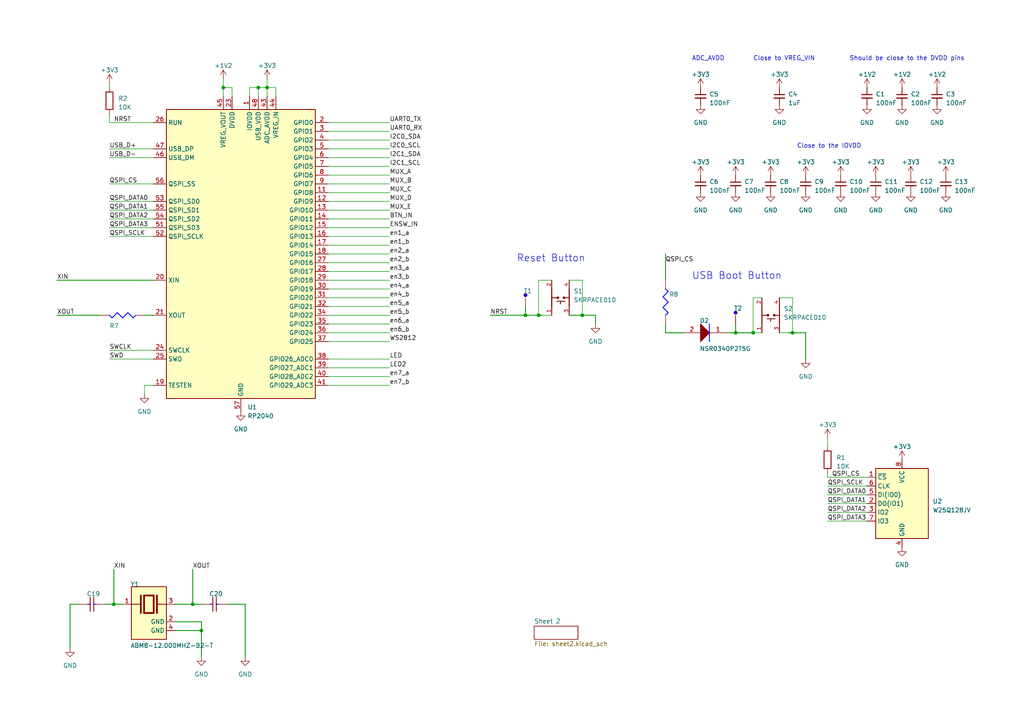
<source format=kicad_sch>
(kicad_sch (version 20230121) (generator eeschema)
  (paper "A4")
  (lib_symbols
    (symbol "Device:C_Small" (pin_numbers hide) (pin_names (offset 0.254) hide)
      (property "Reference" "C" (at 0.254 1.778 0))
      (property "Value" "C_Small" (at 0.254 -2.032 0))
      (symbol "C_Small_0_1"
        (polyline (pts (xy -1.524 -0.508) (xy 1.524 -0.508)) (stroke (width 0.3302)))
        (polyline (pts (xy -1.524 0.508) (xy 1.524 0.508)) (stroke (width 0.3048)))
      )
      (symbol "C_Small_1_1"
        (pin passive line (at 0 2.54 270) (length 2.032) (name "~") (number "1"))
        (pin passive line (at 0 -2.54 90) (length 2.032) (name "~") (number "2"))
      )
    )
    (symbol "Device:R" (pin_numbers hide) (pin_names (offset 0))
      (property "Reference" "R" (at 2.032 0 90))
      (property "Value" "R" (at 0 0 90))
      (symbol "R_0_1"
        (rectangle (start -1.016 -2.54) (end 1.016 2.54) (stroke (width 0.254)))
      )
      (symbol "R_1_1"
        (pin passive line (at 0 3.81 270) (length 1.27) (name "~") (number "1"))
        (pin passive line (at 0 -3.81 90) (length 1.27) (name "~") (number "2"))
      )
    )
    (symbol "MCU_RaspberryPi:RP2040"
      (property "Reference" "U" (at 17.78 45.72 0))
      (property "Value" "RP2040" (at 17.78 43.18 0))
      (symbol "RP2040_0_1"
        (rectangle (start -21.59 41.91) (end 21.59 -41.91) (stroke (width 0.254)) (fill (type background)))
      )
      (symbol "RP2040_1_1"
        (pin power_in line (at 2.54 45.72 270) (length 3.81) (name "IOVDD") (number "1"))
        (pin passive line (at 2.54 45.72 270) (length 3.81) hide (name "IOVDD") (number "10"))
        (pin bidirectional line (at 25.4 17.78 180) (length 3.81) (name "GPIO8") (number "11"))
        (pin bidirectional line (at 25.4 15.24 180) (length 3.81) (name "GPIO9") (number "12"))
        (pin bidirectional line (at 25.4 12.7 180) (length 3.81) (name "GPIO10") (number "13"))
        (pin bidirectional line (at 25.4 10.16 180) (length 3.81) (name "GPIO11") (number "14"))
        (pin bidirectional line (at 25.4 7.62 180) (length 3.81) (name "GPIO12") (number "15"))
        (pin bidirectional line (at 25.4 5.08 180) (length 3.81) (name "GPIO13") (number "16"))
        (pin bidirectional line (at 25.4 2.54 180) (length 3.81) (name "GPIO14") (number "17"))
        (pin bidirectional line (at 25.4 0 180) (length 3.81) (name "GPIO15") (number "18"))
        (pin input line (at -25.4 -38.1 0) (length 3.81) (name "TESTEN") (number "19"))
        (pin bidirectional line (at 25.4 38.1 180) (length 3.81) (name "GPIO0") (number "2"))
        (pin input line (at -25.4 -7.62 0) (length 3.81) (name "XIN") (number "20"))
        (pin passive line (at -25.4 -17.78 0) (length 3.81) (name "XOUT") (number "21"))
        (pin passive line (at 2.54 45.72 270) (length 3.81) hide (name "IOVDD") (number "22"))
        (pin power_in line (at -2.54 45.72 270) (length 3.81) (name "DVDD") (number "23"))
        (pin input line (at -25.4 -27.94 0) (length 3.81) (name "SWCLK") (number "24"))
        (pin bidirectional line (at -25.4 -30.48 0) (length 3.81) (name "SWD") (number "25"))
        (pin input line (at -25.4 38.1 0) (length 3.81) (name "RUN") (number "26"))
        (pin bidirectional line (at 25.4 -2.54 180) (length 3.81) (name "GPIO16") (number "27"))
        (pin bidirectional line (at 25.4 -5.08 180) (length 3.81) (name "GPIO17") (number "28"))
        (pin bidirectional line (at 25.4 -7.62 180) (length 3.81) (name "GPIO18") (number "29"))
        (pin bidirectional line (at 25.4 35.56 180) (length 3.81) (name "GPIO1") (number "3"))
        (pin bidirectional line (at 25.4 -10.16 180) (length 3.81) (name "GPIO19") (number "30"))
        (pin bidirectional line (at 25.4 -12.7 180) (length 3.81) (name "GPIO20") (number "31"))
        (pin bidirectional line (at 25.4 -15.24 180) (length 3.81) (name "GPIO21") (number "32"))
        (pin passive line (at 2.54 45.72 270) (length 3.81) hide (name "IOVDD") (number "33"))
        (pin bidirectional line (at 25.4 -17.78 180) (length 3.81) (name "GPIO22") (number "34"))
        (pin bidirectional line (at 25.4 -20.32 180) (length 3.81) (name "GPIO23") (number "35"))
        (pin bidirectional line (at 25.4 -22.86 180) (length 3.81) (name "GPIO24") (number "36"))
        (pin bidirectional line (at 25.4 -25.4 180) (length 3.81) (name "GPIO25") (number "37"))
        (pin bidirectional line (at 25.4 -30.48 180) (length 3.81) (name "GPIO26_ADC0") (number "38"))
        (pin bidirectional line (at 25.4 -33.02 180) (length 3.81) (name "GPIO27_ADC1") (number "39"))
        (pin bidirectional line (at 25.4 33.02 180) (length 3.81) (name "GPIO2") (number "4"))
        (pin bidirectional line (at 25.4 -35.56 180) (length 3.81) (name "GPIO28_ADC2") (number "40"))
        (pin bidirectional line (at 25.4 -38.1 180) (length 3.81) (name "GPIO29_ADC3") (number "41"))
        (pin passive line (at 2.54 45.72 270) (length 3.81) hide (name "IOVDD") (number "42"))
        (pin power_in line (at 7.62 45.72 270) (length 3.81) (name "ADC_AVDD") (number "43"))
        (pin power_in line (at 10.16 45.72 270) (length 3.81) (name "VREG_IN") (number "44"))
        (pin power_out line (at -5.08 45.72 270) (length 3.81) (name "VREG_VOUT") (number "45"))
        (pin bidirectional line (at -25.4 27.94 0) (length 3.81) (name "USB_DM") (number "46"))
        (pin bidirectional line (at -25.4 30.48 0) (length 3.81) (name "USB_DP") (number "47"))
        (pin power_in line (at 5.08 45.72 270) (length 3.81) (name "USB_VDD") (number "48"))
        (pin passive line (at 2.54 45.72 270) (length 3.81) hide (name "IOVDD") (number "49"))
        (pin bidirectional line (at 25.4 30.48 180) (length 3.81) (name "GPIO3") (number "5"))
        (pin passive line (at -2.54 45.72 270) (length 3.81) hide (name "DVDD") (number "50"))
        (pin bidirectional line (at -25.4 7.62 0) (length 3.81) (name "QSPI_SD3") (number "51"))
        (pin output line (at -25.4 5.08 0) (length 3.81) (name "QSPI_SCLK") (number "52"))
        (pin bidirectional line (at -25.4 15.24 0) (length 3.81) (name "QSPI_SD0") (number "53"))
        (pin bidirectional line (at -25.4 10.16 0) (length 3.81) (name "QSPI_SD2") (number "54"))
        (pin bidirectional line (at -25.4 12.7 0) (length 3.81) (name "QSPI_SD1") (number "55"))
        (pin bidirectional line (at -25.4 20.32 0) (length 3.81) (name "QSPI_SS") (number "56"))
        (pin power_in line (at 0 -45.72 90) (length 3.81) (name "GND") (number "57"))
        (pin bidirectional line (at 25.4 27.94 180) (length 3.81) (name "GPIO4") (number "6"))
        (pin bidirectional line (at 25.4 25.4 180) (length 3.81) (name "GPIO5") (number "7"))
        (pin bidirectional line (at 25.4 22.86 180) (length 3.81) (name "GPIO6") (number "8"))
        (pin bidirectional line (at 25.4 20.32 180) (length 3.81) (name "GPIO7") (number "9"))
      )
    )
    (symbol "Memory_Flash:W25Q32JVSS"
      (property "Reference" "U" (at -6.35 11.43 0))
      (property "Value" "W25Q32JVSS" (at 7.62 11.43 0))
      (symbol "W25Q32JVSS_0_1"
        (rectangle (start -7.62 10.16) (end 7.62 -10.16) (stroke (width 0.254)) (fill (type background)))
      )
      (symbol "W25Q32JVSS_1_1"
        (pin input line (at -10.16 7.62 0) (length 2.54) (name "~{CS}") (number "1"))
        (pin bidirectional line (at -10.16 0 0) (length 2.54) (name "DO(IO1)") (number "2"))
        (pin bidirectional line (at -10.16 -2.54 0) (length 2.54) (name "IO2") (number "3"))
        (pin power_in line (at 0 -12.7 90) (length 2.54) (name "GND") (number "4"))
        (pin bidirectional line (at -10.16 2.54 0) (length 2.54) (name "DI(IO0)") (number "5"))
        (pin input line (at -10.16 5.08 0) (length 2.54) (name "CLK") (number "6"))
        (pin bidirectional line (at -10.16 -5.08 0) (length 2.54) (name "IO3") (number "7"))
        (pin power_in line (at 0 12.7 270) (length 2.54) (name "VCC") (number "8"))
      )
    )
    (symbol "SKRPACE010:SKRPACE010" (pin_names (offset 1.016))
      (property "Reference" "S" (at -2.5431 5.0863 0))
      (property "Value" "SKRPACE010" (at -2.5442 -5.0884 0))
      (property "LCSC" "C139797" (at 0 0 0))
      (symbol "SKRPACE010_0_0"
        (circle (center 0 -1.016) (radius 0.254) (stroke (width 0.254)))
        (polyline (pts (xy -5.08 2.54) (xy 5.08 2.54)) (stroke (width 0.254)))
        (polyline (pts (xy -2.54 -2.54) (xy 0 -2.54)) (stroke (width 0.254)))
        (polyline (pts (xy -2.54 2.54) (xy 0 2.54)) (stroke (width 0.254)))
        (polyline (pts (xy -1.016 0) (xy -1.778 0)) (stroke (width 0.254)))
        (polyline (pts (xy -1.016 0) (xy -1.016 -1.27)) (stroke (width 0.254)))
        (polyline (pts (xy -1.016 1.016) (xy -1.016 0)) (stroke (width 0.254)))
        (polyline (pts (xy 0 -2.54) (xy 2.54 -2.54)) (stroke (width 0.254)))
        (polyline (pts (xy 0 -1.016) (xy 0 -2.54)) (stroke (width 0.254)))
        (polyline (pts (xy 0 0.762) (xy 0 2.54)) (stroke (width 0.254)))
        (polyline (pts (xy 0 2.54) (xy 2.54 2.54)) (stroke (width 0.254)))
        (polyline (pts (xy 5.08 -2.54) (xy -5.08 -2.54)) (stroke (width 0.254)))
        (circle (center 0 0.762) (radius 0.254) (stroke (width 0.254)))
        (pin bidirectional line (at -5.08 2.54 0) (length 2.54) (name "~") (number "1"))
        (pin bidirectional line (at 5.08 2.54 180) (length 2.54) (name "~") (number "2"))
        (pin bidirectional line (at -5.08 -2.54 0) (length 2.54) (name "~") (number "3"))
        (pin bidirectional line (at 5.08 -2.54 180) (length 2.54) (name "~") (number "4"))
      )
    )
    (symbol "Sara-Export-altium-import:root_0_ABM8-12.000MHZ-B2-T"
      (symbol "root_0_ABM8-12.000MHZ-B2-T_1_0"
        (polyline (pts (xy -5.08 0) (xy -2.54 0)) (stroke (width 0.254)))
        (polyline (pts (xy -2.337 2.54) (xy -2.337 -2.54)) (stroke (width 0.508)))
        (polyline (pts (xy -1.397 2.54) (xy -1.397 -2.54)) (stroke (width 0.508)))
        (polyline (pts (xy -1.397 2.54) (xy 1.397 2.54)) (stroke (width 0.508)))
        (polyline (pts (xy 1.397 -2.54) (xy -1.397 -2.54)) (stroke (width 0.508)))
        (polyline (pts (xy 1.397 2.54) (xy 1.397 -2.54)) (stroke (width 0.508)))
        (polyline (pts (xy 2.337 2.54) (xy 2.337 -2.54)) (stroke (width 0.508)))
        (polyline (pts (xy 2.54 0) (xy 5.08 0)) (stroke (width 0.254)))
        (rectangle (start 5.08 5.08) (end -5.08 -10.16) (stroke (width 0.254)) (fill (type background)))
        (pin passive line (at -7.62 0 0) (length 2.54) (name "1") (number "1"))
        (pin power_in line (at 7.62 -5.08 180) (length 2.54) (name "GND") (number "2"))
        (pin passive line (at 7.62 0 180) (length 2.54) (name "2") (number "3"))
        (pin power_in line (at 7.62 -7.62 180) (length 2.54) (name "GND") (number "4"))
      )
    )
    (symbol "Sara-Export-altium-import:root_0_ONSC-D-K1A2-2"
      (symbol "root_0_ONSC-D-K1A2-2_1_0"
        (polyline (pts (xy 2.54 0) (xy 2.54 -5.08)) (stroke (width 0.254) (color 0 0 255 1)))
        (polyline (pts (xy 0 -5.08) (xy 2.54 -2.54) (xy 0 0) (xy 0 -5.08)) (stroke (width 0.254)) (fill (type outline)))
        (pin passive line (at 7.62 -2.54 180) (length 5.08) (name "K") (number "1"))
        (pin passive line (at -5.08 -2.54 0) (length 5.08) (name "A") (number "2"))
      )
    )
    (symbol "Sara-Export-altium-import:root_1_CMP-0484-00002-1"
      (symbol "root_1_CMP-0484-00002-1_1_0"
        (circle (center 0 3.302) (radius 0.508) (stroke (width 0.0001)) (fill (type color) (color 0 0 255 1)))
        (pin input line (at 0 0 90) (length 2.54) (name "1") (number "1"))
      )
    )
    (symbol "Sara-Export-altium-import:root_2_Cap Semi"
      (symbol "root_2_Cap Semi_1_0"
        (polyline (pts (xy -2.54 2.54) (xy -1.778 2.54)) (stroke (width 0.254) (color 0 0 255 1)))
        (polyline (pts (xy -1.778 0.508) (xy -1.778 4.572)) (stroke (width 0.254)))
        (polyline (pts (xy -0.762 4.572) (xy -0.762 0.508)) (stroke (width 0.254)))
        (polyline (pts (xy 0 2.54) (xy -0.762 2.54)) (stroke (width 0.254) (color 0 0 255 1)))
        (pin passive line (at 2.54 2.54 180) (length 2.54) (name "1") (number "1"))
        (pin passive line (at -5.08 2.54 0) (length 2.54) (name "2") (number "2"))
      )
    )
    (symbol "Sara-Export-altium-import:root_2_Res3"
      (symbol "root_2_Res3_1_0"
        (polyline (pts (xy -7.62 2.54) (xy -6.858 1.778) (xy -5.334 3.302) (xy -3.81 1.778) (xy -2.286 3.302) (xy -0.762 1.778) (xy 0 2.54)) (stroke (width 0.254) (color 0 0 255 1)))
        (pin passive line (at 2.54 2.54 180) (length 2.54) (name "1") (number "1"))
        (pin passive line (at -10.16 2.54 0) (length 2.54) (name "2") (number "2"))
      )
    )
    (symbol "Sara-Export-altium-import:root_3_Res3"
      (symbol "root_3_Res3_1_0"
        (polyline (pts (xy -2.54 -7.62) (xy -1.778 -6.858) (xy -3.302 -5.334) (xy -1.778 -3.81) (xy -3.302 -2.286) (xy -1.778 -0.762) (xy -2.54 0)) (stroke (width 0.254) (color 0 0 255 1)))
        (pin passive line (at -2.54 2.54 270) (length 2.54) (name "1") (number "1"))
        (pin passive line (at -2.54 -10.16 90) (length 2.54) (name "2") (number "2"))
      )
    )
    (symbol "power:+1V2" (power) (pin_names (offset 0))
      (property "Value" "+1V2" (at 0 3.556 0))
      (symbol "+1V2_0_1"
        (polyline (pts (xy -0.762 1.27) (xy 0 2.54)))
        (polyline (pts (xy 0 0) (xy 0 2.54)))
        (polyline (pts (xy 0 2.54) (xy 0.762 1.27)))
      )
      (symbol "+1V2_1_1"
        (pin power_in line (at 0 0 90) (length 0) hide (name "+1V2") (number "1"))
      )
    )
    (symbol "power:+3V3" (power) (pin_names (offset 0))
      (property "Value" "+3V3" (at 0 3.556 0))
      (symbol "+3V3_0_1"
        (polyline (pts (xy -0.762 1.27) (xy 0 2.54)))
        (polyline (pts (xy 0 0) (xy 0 2.54)))
        (polyline (pts (xy 0 2.54) (xy 0.762 1.27)))
      )
      (symbol "+3V3_1_1"
        (pin power_in line (at 0 0 90) (length 0) hide (name "+3V3") (number "1"))
      )
    )
    (symbol "power:GND" (power) (pin_names (offset 0))
      (property "Value" "GND" (at 0 -3.81 0))
      (symbol "GND_0_1"
        (polyline (pts (xy 0 0) (xy 0 -1.27) (xy 1.27 -1.27) (xy 0 -2.54) (xy -1.27 -1.27) (xy 0 -1.27)))
      )
      (symbol "GND_1_1"
        (pin power_in line (at 0 0 270) (length 0) hide (name "GND") (number "1"))
      )
    )
  )
  (junction (at 213.36 96.52))
  (junction (at 74.93 25.4))
  (junction (at 152.4 91.44))
  (junction (at 58.42 182.88))
  (junction (at 156.21 91.44))
  (junction (at 229.87 96.52))
  (junction (at 77.47 25.4))
  (junction (at 64.77 25.4))
  (junction (at 33.02 175.26))
  (junction (at 218.44 96.52))
  (junction (at 168.91 91.44))
  (junction (at 55.88 175.26))
  (wire (pts (xy 31.75 63.5) (xy 44.45 63.5)))
  (wire (pts (xy 77.47 25.4) (xy 77.47 27.94)))
  (wire (pts (xy 218.44 86.36) (xy 218.44 96.52)))
  (wire (pts (xy 71.12 175.26) (xy 71.12 190.5)) (stroke (width 0.254)))
  (wire (pts (xy 228.6 96.52) (xy 229.87 96.52)) (stroke (width 0.254)))
  (wire (pts (xy 233.68 96.52) (xy 233.68 104.14)) (stroke (width 0.254)))
  (wire (pts (xy 160.02 81.28) (xy 156.21 81.28)))
  (wire (pts (xy 31.75 58.42) (xy 44.45 58.42)))
  (wire (pts (xy 95.25 45.72) (xy 113.03 45.72)))
  (wire (pts (xy 226.06 96.52) (xy 228.6 96.52)))
  (wire (pts (xy 72.39 25.4) (xy 74.93 25.4)))
  (wire (pts (xy 55.88 175.26) (xy 58.42 175.26)) (stroke (width 0.254)))
  (wire (pts (xy 30.48 175.26) (xy 33.02 175.26)) (stroke (width 0.254)))
  (wire (pts (xy 168.91 81.28) (xy 168.91 91.44)))
  (wire (pts (xy 31.75 101.6) (xy 44.45 101.6)))
  (wire (pts (xy 193.04 96.52) (xy 198.12 96.52)) (stroke (width 0.254)))
  (wire (pts (xy 193.04 81.28) (xy 193.04 73.66)) (stroke (width 0.254)))
  (wire (pts (xy 33.02 175.26) (xy 35.56 175.26)) (stroke (width 0.254)))
  (wire (pts (xy 95.25 71.12) (xy 113.03 71.12)))
  (wire (pts (xy 95.25 93.98) (xy 113.03 93.98)))
  (wire (pts (xy 95.25 99.06) (xy 113.03 99.06)))
  (wire (pts (xy 95.25 83.82) (xy 113.03 83.82)))
  (wire (pts (xy 58.42 190.5) (xy 58.42 182.88)) (stroke (width 0.254)))
  (wire (pts (xy 152.4 88.9) (xy 152.4 91.44)) (stroke (width 0.254)))
  (wire (pts (xy 95.25 104.14) (xy 113.03 104.14)))
  (wire (pts (xy 31.75 104.14) (xy 44.45 104.14)))
  (wire (pts (xy 50.8 180.34) (xy 58.42 180.34)) (stroke (width 0.254)))
  (wire (pts (xy 95.25 73.66) (xy 113.03 73.66)))
  (wire (pts (xy 213.36 96.52) (xy 213.36 93.98)) (stroke (width 0.254)))
  (wire (pts (xy 16.51 81.28) (xy 44.45 81.28)) (stroke (width 0.254)))
  (wire (pts (xy 50.8 175.26) (xy 55.88 175.26)) (stroke (width 0.254)))
  (wire (pts (xy 95.25 91.44) (xy 113.03 91.44)))
  (wire (pts (xy 64.77 22.86) (xy 64.77 25.4)))
  (wire (pts (xy 74.93 25.4) (xy 77.47 25.4)))
  (wire (pts (xy 240.03 137.16) (xy 240.03 138.43)))
  (wire (pts (xy 220.98 86.36) (xy 218.44 86.36)))
  (wire (pts (xy 240.03 143.51) (xy 251.46 143.51)))
  (wire (pts (xy 226.06 86.36) (xy 229.87 86.36)))
  (wire (pts (xy 240.03 148.59) (xy 251.46 148.59)))
  (wire (pts (xy 95.25 48.26) (xy 113.03 48.26)))
  (wire (pts (xy 95.25 55.88) (xy 113.03 55.88)))
  (wire (pts (xy 95.25 43.18) (xy 113.03 43.18)))
  (wire (pts (xy 41.91 111.76) (xy 41.91 114.3)))
  (wire (pts (xy 41.91 111.76) (xy 44.45 111.76)))
  (wire (pts (xy 31.75 53.34) (xy 44.45 53.34)))
  (wire (pts (xy 251.46 138.43) (xy 240.03 138.43)))
  (wire (pts (xy 95.25 111.76) (xy 113.03 111.76)))
  (wire (pts (xy 240.03 140.97) (xy 251.46 140.97)))
  (wire (pts (xy 58.42 180.34) (xy 58.42 182.88)) (stroke (width 0.254)))
  (wire (pts (xy 95.25 88.9) (xy 113.03 88.9)))
  (wire (pts (xy 95.25 60.96) (xy 113.03 60.96)))
  (wire (pts (xy 193.04 93.98) (xy 193.04 96.52)) (stroke (width 0.254)))
  (wire (pts (xy 95.25 63.5) (xy 113.03 63.5)))
  (wire (pts (xy 95.25 76.2) (xy 113.03 76.2)))
  (wire (pts (xy 33.02 175.26) (xy 33.02 165.1)) (stroke (width 0.254)))
  (wire (pts (xy 95.25 40.64) (xy 113.03 40.64)))
  (wire (pts (xy 31.75 60.96) (xy 44.45 60.96)))
  (wire (pts (xy 31.75 66.04) (xy 44.45 66.04)))
  (wire (pts (xy 20.32 175.26) (xy 20.32 187.96)) (stroke (width 0.254)))
  (wire (pts (xy 67.31 25.4) (xy 67.31 27.94)))
  (wire (pts (xy 240.03 151.13) (xy 251.46 151.13)))
  (wire (pts (xy 95.25 66.04) (xy 113.03 66.04)))
  (wire (pts (xy 29.21 91.44) (xy 16.51 91.44)) (stroke (width 0.254)))
  (wire (pts (xy 77.47 22.86) (xy 77.47 25.4)))
  (wire (pts (xy 229.87 96.52) (xy 233.68 96.52)) (stroke (width 0.254)))
  (wire (pts (xy 31.75 68.58) (xy 44.45 68.58)))
  (wire (pts (xy 31.75 24.13) (xy 31.75 25.4)))
  (wire (pts (xy 210.82 96.52) (xy 213.36 96.52)) (stroke (width 0.254)))
  (wire (pts (xy 95.25 96.52) (xy 113.03 96.52)))
  (wire (pts (xy 95.25 53.34) (xy 113.03 53.34)))
  (wire (pts (xy 31.75 33.02) (xy 31.75 35.56)))
  (wire (pts (xy 157.48 91.44) (xy 160.02 91.44)))
  (wire (pts (xy 168.91 91.44) (xy 172.72 91.44)) (stroke (width 0.254)))
  (wire (pts (xy 31.75 43.18) (xy 44.45 43.18)))
  (wire (pts (xy 95.25 86.36) (xy 113.03 86.36)))
  (wire (pts (xy 165.1 81.28) (xy 168.91 81.28)))
  (wire (pts (xy 152.4 91.44) (xy 142.24 91.44)) (stroke (width 0.254)))
  (wire (pts (xy 74.93 25.4) (xy 74.93 27.94)))
  (wire (pts (xy 95.25 106.68) (xy 113.03 106.68)))
  (wire (pts (xy 58.42 182.88) (xy 50.8 182.88)) (stroke (width 0.254)))
  (wire (pts (xy 22.86 175.26) (xy 20.32 175.26)) (stroke (width 0.254)))
  (wire (pts (xy 240.03 127) (xy 240.03 129.54)))
  (wire (pts (xy 165.1 91.44) (xy 168.91 91.44)) (stroke (width 0.254)))
  (wire (pts (xy 64.77 25.4) (xy 67.31 25.4)))
  (wire (pts (xy 218.44 96.52) (xy 220.98 96.52)))
  (wire (pts (xy 152.4 91.44) (xy 156.21 91.44)) (stroke (width 0.254)))
  (wire (pts (xy 229.87 86.36) (xy 229.87 96.52)))
  (wire (pts (xy 240.03 146.05) (xy 251.46 146.05)))
  (wire (pts (xy 172.72 93.98) (xy 172.72 91.44)) (stroke (width 0.254)))
  (wire (pts (xy 66.04 175.26) (xy 71.12 175.26)) (stroke (width 0.254)))
  (wire (pts (xy 95.25 58.42) (xy 113.03 58.42)))
  (wire (pts (xy 31.75 45.72) (xy 44.45 45.72)))
  (wire (pts (xy 80.01 25.4) (xy 80.01 27.94)))
  (wire (pts (xy 77.47 25.4) (xy 80.01 25.4)))
  (wire (pts (xy 156.21 91.44) (xy 157.48 91.44)) (stroke (width 0.254)))
  (wire (pts (xy 218.44 96.52) (xy 213.36 96.52)) (stroke (width 0.254)))
  (wire (pts (xy 72.39 27.94) (xy 72.39 25.4)))
  (wire (pts (xy 95.25 38.1) (xy 113.03 38.1)))
  (wire (pts (xy 95.25 68.58) (xy 113.03 68.58)))
  (wire (pts (xy 95.25 109.22) (xy 113.03 109.22)))
  (wire (pts (xy 64.77 25.4) (xy 64.77 27.94)))
  (wire (pts (xy 95.25 81.28) (xy 113.03 81.28)))
  (wire (pts (xy 95.25 50.8) (xy 113.03 50.8)))
  (wire (pts (xy 156.21 81.28) (xy 156.21 91.44)))
  (wire (pts (xy 44.45 35.56) (xy 31.75 35.56)))
  (wire (pts (xy 95.25 78.74) (xy 113.03 78.74)))
  (wire (pts (xy 44.45 91.44) (xy 41.91 91.44)) (stroke (width 0.254)))
  (wire (pts (xy 95.25 35.56) (xy 113.03 35.56)))
  (wire (pts (xy 55.88 175.26) (xy 55.88 165.1)) (stroke (width 0.254)))
  (text "ADC_AVDD" (at 200.66 17.78 0) (effects (font (size 1.27 1.27)) (justify left bottom)))
  (text "Close to VREG_VIN" (at 218.44 17.78 0) (effects (font (size 1.27 1.27)) (justify left bottom)))
  (text "Should be close to the DVDD pins" (at 246.38 17.78 0) (effects (font (size 1.27 1.27)) (justify left bottom)))
  (text "USB Boot Button" (at 200.66 81.28 0) (effects (font (size 2.032 2.032)) (justify left bottom)))
  (text "Close to the IOVDD" (at 231.14 43.18 0) (effects (font (size 1.27 1.27)) (justify left bottom)))
  (text "Reset Button" (at 149.86 76.2 0) (effects (font (size 2.032 2.032)) (justify left bottom)))
  (label "en1_a" (at 113.03 68.58 0))
  (label "en6_a" (at 113.03 93.98 0))
  (label "USB_D+" (at 31.75 43.18 0))
  (label "I2C0_SCL" (at 113.03 43.18 0))
  (label "XIN" (at 33.02 165.1 0))
  (label "MUX_E" (at 113.03 60.96 0))
  (label "SWCLK" (at 31.75 101.6 0))
  (label "WS2812" (at 113.03 99.06 0))
  (label "BTN_IN" (at 113.03 63.5 0))
  (label "I2C1_SCL" (at 113.03 48.26 0))
  (label "QSPI_DATA2" (at 240.03 148.59 0))
  (label "QSPI_DATA3" (at 31.75 66.04 0))
  (label "en1_b" (at 113.03 71.12 0))
  (label "QSPI_DATA1" (at 240.03 146.05 0))
  (label "NRST" (at 33.02 35.56 0))
  (label "QSPI_DATA0" (at 31.75 58.42 0))
  (label "QSPI_SCLK" (at 240.03 140.97 0))
  (label "MUX_D" (at 113.03 58.42 0))
  (label "LED" (at 113.03 104.14 0))
  (label "MUX_B" (at 113.03 53.34 0))
  (label "USB_D-" (at 31.75 45.72 0))
  (label "en2_a" (at 113.03 73.66 0))
  (label "en4_a" (at 113.03 83.82 0))
  (label "I2C1_SDA" (at 113.03 45.72 0))
  (label "en2_b" (at 113.03 76.2 0))
  (label "XIN" (at 16.51 81.28 0))
  (label "en6_b" (at 113.03 96.52 0))
  (label "QSPI_DATA2" (at 31.75 63.5 0))
  (label "QSPI_SCLK" (at 31.75 68.58 0))
  (label "QSPI_DATA3" (at 240.03 151.13 0))
  (label "UART0_RX" (at 113.03 38.1 0))
  (label "MUX_A" (at 113.03 50.8 0))
  (label "QSPI_CS" (at 31.75 53.34 0))
  (label "NRST" (at 142.24 91.44 0))
  (label "QSPI_DATA0" (at 240.03 143.51 0))
  (label "SWD" (at 31.75 104.14 0))
  (label "UART0_TX" (at 113.03 35.56 0))
  (label "QSPI_CS" (at 241.3 138.43 0))
  (label "en5_b" (at 113.03 91.44 0))
  (label "en7_a" (at 113.03 109.22 0))
  (label "en7_b" (at 113.03 111.76 0))
  (label "QSPI_DATA1" (at 31.75 60.96 0))
  (label "en3_a" (at 113.03 78.74 0))
  (label "en4_b" (at 113.03 86.36 0))
  (label "I2C0_SDA" (at 113.03 40.64 0))
  (label "ENSW_IN" (at 113.03 66.04 0))
  (label "XOUT" (at 16.51 91.44 0))
  (label "en5_a" (at 113.03 88.9 0))
  (label "LED2" (at 113.03 106.68 0))
  (label "XOUT" (at 55.88 165.1 0))
  (label "QSPI_CS" (at 193.04 76.2 0))
  (label "MUX_C" (at 113.03 55.88 0))
  (label "en3_b" (at 113.03 81.28 0))
  (symbol (lib_id "power:+3V3") (at 233.68 50.8 0) (unit 1)
    (property "Reference" "#PWR019" (effects hide))
    (property "Value" "+3V3" (at 233.68 46.99 0))
  )
  (symbol (lib_id "power:GND") (at 254 55.88 0) (unit 1)
    (property "Reference" "#PWR022" (effects hide))
    (property "Value" "GND" (at 254 60.96 0))
  )
  (symbol (lib_id "power:GND") (at 71.12 190.5 0) (unit 1)
    (property "Reference" "#PWR055" (effects hide))
    (property "Value" "GND" (at 71.12 195.58 0))
  )
  (symbol (lib_id "power:+3V3") (at 274.32 50.8 0) (unit 1)
    (property "Reference" "#PWR025" (effects hide))
    (property "Value" "+3V3" (at 274.32 46.99 0))
  )
  (symbol (lib_id "Memory_Flash:W25Q32JVSS") (at 261.62 146.05 0) (unit 1)
    (property "Reference" "U2" (at 270.51 145.415 0) (effects (justify left)))
    (property "Value" "W25Q128JV" (at 270.51 147.955 0) (effects (justify left)))
    (property "Footprint" "Package_SO:SOIC-8_5.23x5.23mm_P1.27mm" (effects hide))
    (property "Datasheet" "https://datasheet.lcsc.com/lcsc/1811142111_Winbond-Elec-W25Q128JVSIQ_C97521.pdf" (effects hide))
    (property "LCSC" "C179173" (effects hide))
  )
  (symbol (lib_id "Device:R") (at 240.03 133.35 0) (unit 1)
    (property "Reference" "R1" (at 242.57 132.715 0) (effects (justify left)))
    (property "Value" "10K" (at 242.57 135.255 0) (effects (justify left)))
    (property "Footprint" "Resistor_SMD:R_0402_1005Metric_Pad0.72x0.64mm_HandSolder" (effects hide))
    (property "LCSC" "C144807" (effects hide))
  )
  (symbol (lib_id "power:GND") (at 251.46 30.48 0) (unit 1)
    (property "Reference" "#PWR04" (effects hide))
    (property "Value" "GND" (at 251.46 35.56 0))
  )
  (symbol (lib_id "power:GND") (at 274.32 55.88 0) (unit 1)
    (property "Reference" "#PWR026" (effects hide))
    (property "Value" "GND" (at 274.32 60.96 0))
  )
  (symbol (lib_id "power:GND") (at 226.06 30.48 0) (unit 1)
    (property "Reference" "#PWR08" (effects hide))
    (property "Value" "GND" (at 226.06 35.56 0))
  )
  (symbol (lib_id "power:GND") (at 69.85 119.38 0) (unit 1)
    (property "Reference" "#PWR027" (effects hide))
    (property "Value" "GND" (at 69.85 124.46 0))
  )
  (symbol (lib_id "Sara-Export-altium-import:root_3_Res3") (at 195.58 83.82 0) (unit 1)
    (property "Reference" "R8" (at 194.056 86.106 0) (effects (justify left bottom)))
    (property "Value" "10K" (effects hide))
    (property "Footprint" "Resistor_SMD:R_0402_1005Metric_Pad0.72x0.64mm_HandSolder" (effects hide))
    (property "Datasheet" "https://datasheet.lcsc.com/lcsc/2304140030_YAGEO-AC0402FR-0710KL_C144807.pdf" (effects hide))
    (property "LCSC" "C144807" (effects hide))
  )
  (symbol (lib_id "power:GND") (at 203.2 30.48 0) (unit 1)
    (property "Reference" "#PWR09" (effects hide))
    (property "Value" "GND" (at 203.2 35.56 0))
  )
  (symbol (lib_id "power:GND") (at 264.16 55.88 0) (unit 1)
    (property "Reference" "#PWR024" (effects hide))
    (property "Value" "GND" (at 264.16 60.96 0))
  )
  (symbol (lib_id "power:GND") (at 233.68 55.88 0) (unit 1)
    (property "Reference" "#PWR013" (effects hide))
    (property "Value" "GND" (at 233.68 60.96 0))
  )
  (symbol (lib_id "Sara-Export-altium-import:root_0_ABM8-12.000MHZ-B2-T") (at 43.18 175.26 0) (unit 1)
    (property "Reference" "Y1" (at 37.846 170.18 0) (effects (justify left bottom)))
    (property "Value" "ABM8-12.000MHZ-B2-T" (at 37.846 187.96 0) (effects (justify left bottom)))
    (property "Footprint" "Crystal:Crystal_SMD_SeikoEpson_TSX3225-4Pin_3.2x2.5mm_HandSoldering" (effects hide))
    (property "Datasheet" "https://datasheet.lcsc.com/lcsc/2304140030_Yangxing-Tech-X322512MSB4SI_C9002.pdf" (effects hide))
    (property "LCSC" "C9002" (effects hide))
  )
  (symbol (lib_id "Sara-Export-altium-import:root_1_CMP-0484-00002-1") (at 213.36 93.98 0) (unit 1)
    (property "Reference" "T2" (at 212.852 90.17 0) (effects (justify left bottom)))
    (property "Value" "TP-SM-C-100" (effects hide))
    (property "Footprint" "TestPoint:TestPoint_Pad_D1.0mm" (effects hide))
    (property "Remarks" "Onboard" (effects hide))
  )
  (symbol (lib_id "power:+3V3") (at 254 50.8 0) (unit 1)
    (property "Reference" "#PWR021" (effects hide))
    (property "Value" "+3V3" (at 254 46.99 0))
  )
  (symbol (lib_id "SKRPACE010:SKRPACE010") (at 223.52 91.44 90) (unit 1)
    (property "Reference" "S2" (at 227.33 89.535 90) (effects (justify right)))
    (property "Value" "SKRPACE010" (at 227.33 92.075 90) (effects (justify right)))
    (property "Footprint" "knop:SW_SKRPACE010" (effects hide))
    (property "Datasheet" "https://datasheet.lcsc.com/lcsc/1811051610_ALPSALPINE-SKRPACE010_C139797.pdf" (effects hide))
    (property "STANDARD" "Maniufacturer Recommendations" (effects hide))
    (property "MANUFACTURER" "ALPS" (effects hide))
    (property "LCSC" "C139797" (effects hide))
  )
  (symbol (lib_id "power:+3V3") (at 264.16 50.8 0) (unit 1)
    (property "Reference" "#PWR023" (effects hide))
    (property "Value" "+3V3" (at 264.16 46.99 0))
  )
  (symbol (lib_id "Device:C_Small") (at 271.78 27.94 0) (unit 1)
    (property "Reference" "C3" (at 274.32 27.3113 0) (effects (justify left)))
    (property "Value" "100nF" (at 274.32 29.8513 0) (effects (justify left)))
    (property "Footprint" "Capacitor_SMD:C_0402_1005Metric_Pad0.74x0.62mm_HandSolder" (effects hide))
    (property "LCSC" "C1525" (effects hide))
  )
  (symbol (lib_id "Sara-Export-altium-import:root_2_Res3") (at 39.37 93.98 0) (unit 1)
    (property "Reference" "R7" (at 31.75 95.25 0) (effects (justify left bottom)))
    (property "Value" "1K" (effects hide))
    (property "Footprint" "Resistor_SMD:R_0402_1005Metric_Pad0.72x0.64mm_HandSolder" (effects hide))
    (property "Datasheet" "https://datasheet.lcsc.com/lcsc/2304140030_YAGEO-RC0402FR-071KL_C106235.pdf" (effects hide))
    (property "LCSC" "C106235" (effects hide))
  )
  (symbol (lib_id "power:GND") (at 20.32 187.96 0) (unit 1)
    (property "Reference" "#PWR053" (effects hide))
    (property "Value" "GND" (at 20.32 193.04 0))
  )
  (symbol (lib_id "Device:R") (at 31.75 29.21 0) (unit 1)
    (property "Reference" "R2" (at 34.29 28.575 0) (effects (justify left)))
    (property "Value" "10K" (at 34.29 31.115 0) (effects (justify left)))
    (property "Footprint" "Resistor_SMD:R_0402_1005Metric_Pad0.72x0.64mm_HandSolder" (effects hide))
    (property "LCSC" "C144807" (effects hide))
  )
  (symbol (lib_id "power:+1V2") (at 64.77 22.86 0) (unit 1)
    (property "Reference" "#PWR032" (effects hide))
    (property "Value" "+1V2" (at 64.77 19.05 0))
  )
  (symbol (lib_id "power:GND") (at 203.2 55.88 0) (unit 1)
    (property "Reference" "#PWR010" (effects hide))
    (property "Value" "GND" (at 203.2 60.96 0))
  )
  (symbol (lib_id "Device:C_Small") (at 251.46 27.94 0) (unit 1)
    (property "Reference" "C1" (at 254 27.3113 0) (effects (justify left)))
    (property "Value" "100nF" (at 254 29.8513 0) (effects (justify left)))
    (property "Footprint" "Capacitor_SMD:C_0402_1005Metric_Pad0.74x0.62mm_HandSolder" (effects hide))
    (property "LCSC" "C1525" (effects hide))
  )
  (symbol (lib_id "power:+3V3") (at 240.03 127 0) (unit 1)
    (property "Reference" "#PWR031" (effects hide))
    (property "Value" "+3V3" (at 240.03 123.19 0))
  )
  (symbol (lib_id "Device:C_Small") (at 233.68 53.34 0) (unit 1)
    (property "Reference" "C9" (at 236.22 52.7113 0) (effects (justify left)))
    (property "Value" "100nF" (at 236.22 55.2513 0) (effects (justify left)))
    (property "Footprint" "Capacitor_SMD:C_0402_1005Metric_Pad0.74x0.62mm_HandSolder" (effects hide))
    (property "LCSC" "C1525" (effects hide))
  )
  (symbol (lib_id "power:+3V3") (at 243.84 50.8 0) (unit 1)
    (property "Reference" "#PWR020" (effects hide))
    (property "Value" "+3V3" (at 243.84 46.99 0))
  )
  (symbol (lib_id "Sara-Export-altium-import:root_1_CMP-0484-00002-1") (at 152.4 88.9 0) (unit 1)
    (property "Reference" "T1" (at 151.892 85.09 0) (effects (justify left bottom)))
    (property "Value" "TP-SM-C-100" (effects hide))
    (property "Footprint" "TestPoint:TestPoint_Pad_D1.0mm" (effects hide))
    (property "Remarks" "Onboard" (effects hide))
  )
  (symbol (lib_id "power:GND") (at 213.36 55.88 0) (unit 1)
    (property "Reference" "#PWR011" (effects hide))
    (property "Value" "GND" (at 213.36 60.96 0))
  )
  (symbol (lib_id "power:+3V3") (at 203.2 50.8 0) (unit 1)
    (property "Reference" "#PWR016" (effects hide))
    (property "Value" "+3V3" (at 203.2 46.99 0))
  )
  (symbol (lib_id "power:+3V3") (at 213.36 50.8 0) (unit 1)
    (property "Reference" "#PWR017" (effects hide))
    (property "Value" "+3V3" (at 213.36 46.99 0))
  )
  (symbol (lib_id "Device:C_Small") (at 223.52 53.34 0) (unit 1)
    (property "Reference" "C8" (at 226.06 52.7113 0) (effects (justify left)))
    (property "Value" "100nF" (at 226.06 55.2513 0) (effects (justify left)))
    (property "Footprint" "Capacitor_SMD:C_0402_1005Metric_Pad0.74x0.62mm_HandSolder" (effects hide))
    (property "LCSC" "C1525" (effects hide))
  )
  (symbol (lib_id "Sara-Export-altium-import:root_0_ONSC-D-K1A2-2") (at 203.2 93.98 0) (unit 1)
    (property "Reference" "D2" (at 202.946 93.726 0) (effects (justify left bottom)))
    (property "Value" "NSR0340P2T5G" (at 202.946 101.854 0) (effects (justify left bottom)))
    (property "Footprint" "Diode_SMD:D_SOD-323" (effects hide))
    (property "Datasheet" "https://datasheet.lcsc.com/lcsc/1809111714_onsemi-NSR0340P2T5G_C146801.pdf" (effects hide))
    (property "LCSC" " C90392" (effects hide))
  )
  (symbol (lib_id "MCU_RaspberryPi:RP2040") (at 69.85 73.66 0) (unit 1)
    (property "Reference" "U1" (at 71.8059 118.11 0) (effects (justify left)))
    (property "Value" "RP2040" (at 71.8059 120.65 0) (effects (justify left)))
    (property "Footprint" "Package_DFN_QFN:QFN-56-1EP_7x7mm_P0.4mm_EP3.2x3.2mm" (effects hide))
    (property "Datasheet" "https://datasheets.raspberrypi.com/rp2040/rp2040-datasheet.pdf" (effects hide))
    (property "LCSC" "C2040" (effects hide))
  )
  (symbol (lib_id "power:GND") (at 261.62 30.48 0) (unit 1)
    (property "Reference" "#PWR05" (effects hide))
    (property "Value" "GND" (at 261.62 35.56 0))
  )
  (symbol (lib_id "power:GND") (at 233.68 104.14 0) (unit 1)
    (property "Reference" "#PWR057" (effects hide))
    (property "Value" "GND" (at 233.68 109.22 0))
  )
  (symbol (lib_id "power:+3V3") (at 31.75 24.13 0) (unit 1)
    (property "Reference" "#PWR034" (effects hide))
    (property "Value" "+3V3" (at 31.75 20.32 0))
  )
  (symbol (lib_id "Device:C_Small") (at 226.06 27.94 0) (unit 1)
    (property "Reference" "C4" (at 228.6 27.3113 0) (effects (justify left)))
    (property "Value" "1uF" (at 228.6 29.8513 0) (effects (justify left)))
    (property "Footprint" "Capacitor_SMD:C_0402_1005Metric_Pad0.74x0.62mm_HandSolder" (effects hide))
    (property "LCSC" "C59782" (effects hide))
  )
  (symbol (lib_id "power:+1V2") (at 251.46 25.4 0) (unit 1)
    (property "Reference" "#PWR01" (effects hide))
    (property "Value" "+1V2" (at 251.46 21.59 0))
  )
  (symbol (lib_id "power:+3V3") (at 203.2 25.4 0) (unit 1)
    (property "Reference" "#PWR015" (effects hide))
    (property "Value" "+3V3" (at 203.2 21.59 0))
  )
  (symbol (lib_id "power:GND") (at 172.72 93.98 0) (unit 1)
    (property "Reference" "#PWR056" (effects hide))
    (property "Value" "GND" (at 172.72 99.06 0))
  )
  (symbol (lib_id "power:GND") (at 261.62 158.75 0) (unit 1)
    (property "Reference" "#PWR030" (effects hide))
    (property "Value" "GND" (at 261.62 163.83 0))
  )
  (symbol (lib_id "Device:C_Small") (at 264.16 53.34 0) (unit 1)
    (property "Reference" "C12" (at 266.7 52.7113 0) (effects (justify left)))
    (property "Value" "100nF" (at 266.7 55.2513 0) (effects (justify left)))
    (property "Footprint" "Capacitor_SMD:C_0402_1005Metric_Pad0.74x0.62mm_HandSolder" (effects hide))
    (property "LCSC" "C1525" (effects hide))
  )
  (symbol (lib_id "power:GND") (at 243.84 55.88 0) (unit 1)
    (property "Reference" "#PWR014" (effects hide))
    (property "Value" "GND" (at 243.84 60.96 0))
  )
  (symbol (lib_id "Device:C_Small") (at 203.2 53.34 0) (unit 1)
    (property "Reference" "C6" (at 205.74 52.7113 0) (effects (justify left)))
    (property "Value" "100nF" (at 205.74 55.2513 0) (effects (justify left)))
    (property "Footprint" "Capacitor_SMD:C_0402_1005Metric_Pad0.74x0.62mm_HandSolder" (effects hide))
    (property "LCSC" "C1525" (effects hide))
  )
  (symbol (lib_id "power:+3V3") (at 223.52 50.8 0) (unit 1)
    (property "Reference" "#PWR018" (effects hide))
    (property "Value" "+3V3" (at 223.52 46.99 0))
  )
  (symbol (lib_id "Device:C_Small") (at 203.2 27.94 0) (unit 1)
    (property "Reference" "C5" (at 205.74 27.3113 0) (effects (justify left)))
    (property "Value" "100nF" (at 205.74 29.8513 0) (effects (justify left)))
    (property "Footprint" "Capacitor_SMD:C_0402_1005Metric_Pad0.74x0.62mm_HandSolder" (effects hide))
    (property "LCSC" "C1525" (effects hide))
  )
  (symbol (lib_id "power:GND") (at 223.52 55.88 0) (unit 1)
    (property "Reference" "#PWR012" (effects hide))
    (property "Value" "GND" (at 223.52 60.96 0))
  )
  (symbol (lib_id "SKRPACE010:SKRPACE010") (at 162.56 86.36 90) (unit 1)
    (property "Reference" "S1" (at 166.37 84.455 90) (effects (justify right)))
    (property "Value" "SKRPACE010" (at 166.37 86.995 90) (effects (justify right)))
    (property "Footprint" "knop:SW_SKRPACE010" (effects hide))
    (property "Datasheet" "https://datasheet.lcsc.com/lcsc/1811051610_ALPSALPINE-SKRPACE010_C139797.pdf" (effects hide))
    (property "STANDARD" "Maniufacturer Recommendations" (effects hide))
    (property "MANUFACTURER" "ALPS" (effects hide))
    (property "LCSC" "C139797" (effects hide))
  )
  (symbol (lib_id "Sara-Export-altium-import:root_2_Cap Semi") (at 27.94 177.8 0) (unit 1)
    (property "Reference" "C19" (at 25.146 172.974 0) (effects (justify left bottom)))
    (property "Value" "20pF" (effects hide))
    (property "Footprint" "Capacitor_SMD:C_0402_1005Metric_Pad0.74x0.62mm_HandSolder" (effects hide))
    (property "Datasheet" "https://datasheet.lcsc.com/lcsc/2304140030_YAGEO-CC0402JRNPO9BN200_C107000.pdf" (effects hide))
    (property "LCSC" "C107000" (effects hide))
  )
  (symbol (lib_id "Device:C_Small") (at 274.32 53.34 0) (unit 1)
    (property "Reference" "C13" (at 276.86 52.7113 0) (effects (justify left)))
    (property "Value" "100nF" (at 276.86 55.2513 0) (effects (justify left)))
    (property "Footprint" "Capacitor_SMD:C_0402_1005Metric_Pad0.74x0.62mm_HandSolder" (effects hide))
    (property "LCSC" "C1525" (effects hide))
  )
  (symbol (lib_id "power:GND") (at 41.91 114.3 0) (unit 1)
    (property "Reference" "#PWR028" (effects hide))
    (property "Value" "GND" (at 41.91 119.38 0))
  )
  (symbol (lib_id "power:GND") (at 58.42 190.5 0) (unit 1)
    (property "Reference" "#PWR054" (effects hide))
    (property "Value" "GND" (at 58.42 195.58 0))
  )
  (symbol (lib_id "Device:C_Small") (at 243.84 53.34 0) (unit 1)
    (property "Reference" "C10" (at 246.38 52.7113 0) (effects (justify left)))
    (property "Value" "100nF" (at 246.38 55.2513 0) (effects (justify left)))
    (property "Footprint" "Capacitor_SMD:C_0402_1005Metric_Pad0.74x0.62mm_HandSolder" (effects hide))
    (property "LCSC" "C1525" (effects hide))
  )
  (symbol (lib_id "power:+1V2") (at 261.62 25.4 0) (unit 1)
    (property "Reference" "#PWR02" (effects hide))
    (property "Value" "+1V2" (at 261.62 21.59 0))
  )
  (symbol (lib_id "power:+3V3") (at 261.62 133.35 0) (unit 1)
    (property "Reference" "#PWR029" (effects hide))
    (property "Value" "+3V3" (at 261.62 129.54 0))
  )
  (symbol (lib_id "Device:C_Small") (at 261.62 27.94 0) (unit 1)
    (property "Reference" "C2" (at 264.16 27.3113 0) (effects (justify left)))
    (property "Value" "100nF" (at 264.16 29.8513 0) (effects (justify left)))
    (property "Footprint" "Capacitor_SMD:C_0402_1005Metric_Pad0.74x0.62mm_HandSolder" (effects hide))
    (property "LCSC" "C1525" (effects hide))
  )
  (symbol (lib_id "power:+3V3") (at 226.06 25.4 0) (unit 1)
    (property "Reference" "#PWR07" (effects hide))
    (property "Value" "+3V3" (at 226.06 21.59 0))
  )
  (symbol (lib_id "power:+3V3") (at 77.47 22.86 0) (unit 1)
    (property "Reference" "#PWR033" (effects hide))
    (property "Value" "+3V3" (at 77.47 19.05 0))
  )
  (symbol (lib_id "power:+1V2") (at 271.78 25.4 0) (unit 1)
    (property "Reference" "#PWR03" (effects hide))
    (property "Value" "+1V2" (at 271.78 21.59 0))
  )
  (symbol (lib_id "power:GND") (at 271.78 30.48 0) (unit 1)
    (property "Reference" "#PWR06" (effects hide))
    (property "Value" "GND" (at 271.78 35.56 0))
  )
  (symbol (lib_id "Device:C_Small") (at 213.36 53.34 0) (unit 1)
    (property "Reference" "C7" (at 215.9 52.7113 0) (effects (justify left)))
    (property "Value" "100nF" (at 215.9 55.2513 0) (effects (justify left)))
    (property "Footprint" "Capacitor_SMD:C_0402_1005Metric_Pad0.74x0.62mm_HandSolder" (effects hide))
    (property "LCSC" "C1525" (effects hide))
  )
  (symbol (lib_id "Device:C_Small") (at 254 53.34 0) (unit 1)
    (property "Reference" "C11" (at 256.54 52.7113 0) (effects (justify left)))
    (property "Value" "100nF" (at 256.54 55.2513 0) (effects (justify left)))
    (property "Footprint" "Capacitor_SMD:C_0402_1005Metric_Pad0.74x0.62mm_HandSolder" (effects hide))
    (property "LCSC" "C1525" (effects hide))
  )
  (symbol (lib_id "Sara-Export-altium-import:root_2_Cap Semi") (at 63.5 177.8 0) (unit 1)
    (property "Reference" "C20" (at 60.706 172.974 0) (effects (justify left bottom)))
    (property "Value" "20pF" (effects hide))
    (property "Footprint" "Capacitor_SMD:C_0402_1005Metric_Pad0.74x0.62mm_HandSolder" (effects hide))
    (property "Datasheet" "https://datasheet.lcsc.com/lcsc/2304140030_YAGEO-CC0402JRNPO9BN200_C107000.pdf" (effects hide))
    (property "LCSC" "C107000" (effects hide))
  )
  (sheet (at 154.94 181.61) (size 12.7 3.81) (stroke (width 0.1524))
    (property "Sheetname" "Sheet 2" (at 154.94 180.8984 0) (effects (justify left bottom)))
    (property "Sheetfile" "sheet2.kicad_sch" (at 154.94 186.0046 0) (effects (justify left top)))
  )
)
</source>
